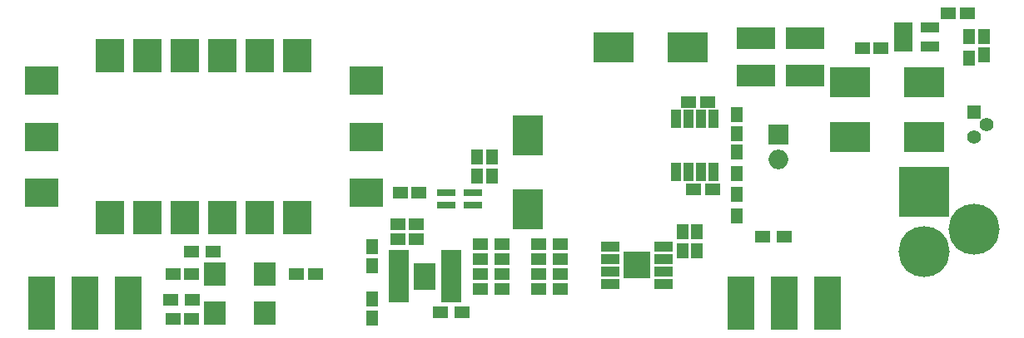
<source format=gbr>
G04 #@! TF.FileFunction,Soldermask,Top*
%FSLAX46Y46*%
G04 Gerber Fmt 4.6, Leading zero omitted, Abs format (unit mm)*
G04 Created by KiCad (PCBNEW 4.0.6) date 08/15/24 14:35:26*
%MOMM*%
%LPD*%
G01*
G04 APERTURE LIST*
%ADD10C,0.100000*%
%ADD11R,1.600000X1.150000*%
%ADD12R,1.150000X1.600000*%
%ADD13R,3.100000X4.150000*%
%ADD14R,4.150000X3.100000*%
%ADD15R,2.000000X2.000000*%
%ADD16O,2.000000X2.000000*%
%ADD17R,1.600000X1.300000*%
%ADD18R,3.900000X2.200000*%
%ADD19R,2.690000X5.480000*%
%ADD20R,2.820000X5.480000*%
%ADD21C,5.200000*%
%ADD22R,5.200000X5.200000*%
%ADD23R,1.300000X1.600000*%
%ADD24R,2.940000X3.450000*%
%ADD25R,3.450000X2.940000*%
%ADD26R,1.900000X0.800000*%
%ADD27R,1.000000X1.950000*%
%ADD28R,2.000000X0.810000*%
%ADD29R,2.250000X2.800000*%
%ADD30R,1.950000X1.000000*%
%ADD31R,1.575000X1.575000*%
%ADD32C,1.400000*%
%ADD33R,1.400000X1.400000*%
%ADD34R,1.960000X1.050000*%
%ADD35R,2.200000X2.400000*%
G04 APERTURE END LIST*
D10*
D11*
X108646000Y-138430000D03*
X106746000Y-138430000D03*
X108646000Y-143002000D03*
X106746000Y-143002000D03*
X129860000Y-130175000D03*
X131760000Y-130175000D03*
D12*
X164084000Y-124140000D03*
X164084000Y-122240000D03*
D11*
X159197000Y-120904000D03*
X161097000Y-120904000D03*
X161605000Y-129794000D03*
X159705000Y-129794000D03*
D12*
X139192000Y-128458000D03*
X139192000Y-126558000D03*
X137668000Y-128458000D03*
X137668000Y-126558000D03*
D11*
X131506000Y-133350000D03*
X129606000Y-133350000D03*
X119319000Y-138430000D03*
X121219000Y-138430000D03*
D12*
X127000000Y-135702000D03*
X127000000Y-137602000D03*
X127000000Y-142936000D03*
X127000000Y-141036000D03*
D13*
X142811500Y-131854500D03*
X142811500Y-124304500D03*
D11*
X129606000Y-134874000D03*
X131506000Y-134874000D03*
D12*
X158559500Y-134178000D03*
X158559500Y-136078000D03*
X160020000Y-134178000D03*
X160020000Y-136078000D03*
D14*
X183099000Y-124460000D03*
X175549000Y-124460000D03*
X183099000Y-118872000D03*
X175549000Y-118872000D03*
D11*
X187513000Y-111887000D03*
X185613000Y-111887000D03*
D14*
X151546000Y-115316000D03*
X159096000Y-115316000D03*
D12*
X189230000Y-114239000D03*
X189230000Y-116139000D03*
D11*
X178750000Y-115443000D03*
X176850000Y-115443000D03*
D15*
X168275000Y-124206000D03*
D16*
X168275000Y-126746000D03*
D17*
X108628000Y-136144000D03*
X110828000Y-136144000D03*
D18*
X166029000Y-114427000D03*
X171029000Y-114427000D03*
X171029000Y-118237000D03*
X166029000Y-118237000D03*
D19*
X97790000Y-141420000D03*
D20*
X93410000Y-141420000D03*
X102170000Y-141420000D03*
D19*
X168910000Y-141420000D03*
D20*
X164530000Y-141420000D03*
X173290000Y-141420000D03*
D21*
X183134000Y-136148000D03*
D22*
X183134000Y-130048000D03*
D21*
X188214000Y-133858000D03*
D17*
X108669000Y-141097000D03*
X106469000Y-141097000D03*
D23*
X164084000Y-128227000D03*
X164084000Y-126027000D03*
X164084000Y-130345000D03*
X164084000Y-132545000D03*
D17*
X138028500Y-136906000D03*
X140228500Y-136906000D03*
X133901000Y-142367000D03*
X136101000Y-142367000D03*
X138028500Y-139954000D03*
X140228500Y-139954000D03*
X138028500Y-135382000D03*
X140228500Y-135382000D03*
X138028500Y-138430000D03*
X140228500Y-138430000D03*
X143934000Y-136906000D03*
X146134000Y-136906000D03*
X143934000Y-139954000D03*
X146134000Y-139954000D03*
X143934000Y-135382000D03*
X146134000Y-135382000D03*
X146134000Y-138430000D03*
X143934000Y-138430000D03*
X168867000Y-134620000D03*
X166667000Y-134620000D03*
D23*
X187706000Y-114216000D03*
X187706000Y-116416000D03*
D24*
X100330000Y-132715000D03*
X104140000Y-132715000D03*
X107950000Y-132715000D03*
X111760000Y-132715000D03*
X115570000Y-132715000D03*
X119380000Y-132715000D03*
X119380000Y-116205000D03*
X115570000Y-116205000D03*
X111760000Y-116205000D03*
X107950000Y-116205000D03*
X104140000Y-116205000D03*
X100330000Y-116205000D03*
D25*
X126365000Y-124460000D03*
X126365000Y-118740000D03*
X126365000Y-130180000D03*
X93345000Y-124460000D03*
X93345000Y-130180000D03*
X93345000Y-118740000D03*
D26*
X134560000Y-130160000D03*
X134560000Y-131460000D03*
X137220000Y-131460000D03*
X137220000Y-130160000D03*
D27*
X157861000Y-128049000D03*
X159131000Y-128049000D03*
X160401000Y-128049000D03*
X161671000Y-128049000D03*
X161671000Y-122649000D03*
X160401000Y-122649000D03*
X159131000Y-122649000D03*
X157861000Y-122649000D03*
D28*
X129679700Y-136461500D03*
X129679700Y-137096500D03*
X129679700Y-137731500D03*
X129679700Y-138366500D03*
X129679700Y-139001500D03*
X129679700Y-139636500D03*
X129679700Y-140271500D03*
X129679700Y-140906500D03*
X134988300Y-140906500D03*
X134988300Y-140271500D03*
X134988300Y-139636500D03*
X134988300Y-139001500D03*
X134988300Y-138366500D03*
X134988300Y-137731500D03*
X134988300Y-137096500D03*
X134988300Y-136461500D03*
D29*
X132334000Y-138684000D03*
D30*
X151224000Y-135636000D03*
X151224000Y-136906000D03*
X151224000Y-138176000D03*
X151224000Y-139446000D03*
X156624000Y-139446000D03*
X156624000Y-138176000D03*
X156624000Y-136906000D03*
X156624000Y-135636000D03*
D31*
X154511500Y-138128500D03*
X154511500Y-136953500D03*
X153336500Y-138128500D03*
X153336500Y-136953500D03*
D32*
X189484000Y-123190000D03*
X188214000Y-124460000D03*
D33*
X188214000Y-121920000D03*
D34*
X181022000Y-113350000D03*
X181022000Y-114300000D03*
X181022000Y-115250000D03*
X183722000Y-115250000D03*
X183722000Y-113350000D03*
D35*
X110998000Y-142462000D03*
X116078000Y-142462000D03*
X116078000Y-138462000D03*
X110998000Y-138462000D03*
M02*

</source>
